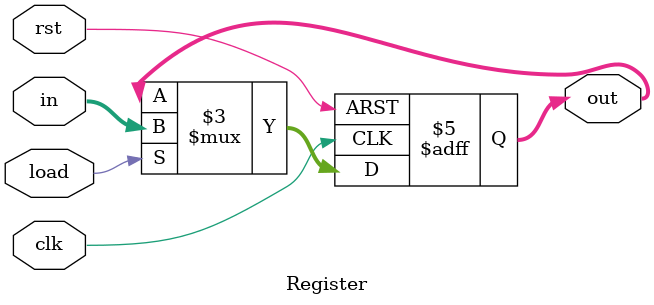
<source format=v>
`timescale 1ns / 1ps

// (input clk, input rst, input D, output reg Q);
module Register#(parameter n=8)(
    input clk, 
    input rst,
    input load, 
    input[n-1:0] in, 
    output reg[n-1:0] out

    );

    always@ (posedge clk, posedge rst)
        begin
            if(rst)
                out = 0;
            else
                if(load)
                    out = in;
                else
                    out = out;
        end
    
endmodule

</source>
